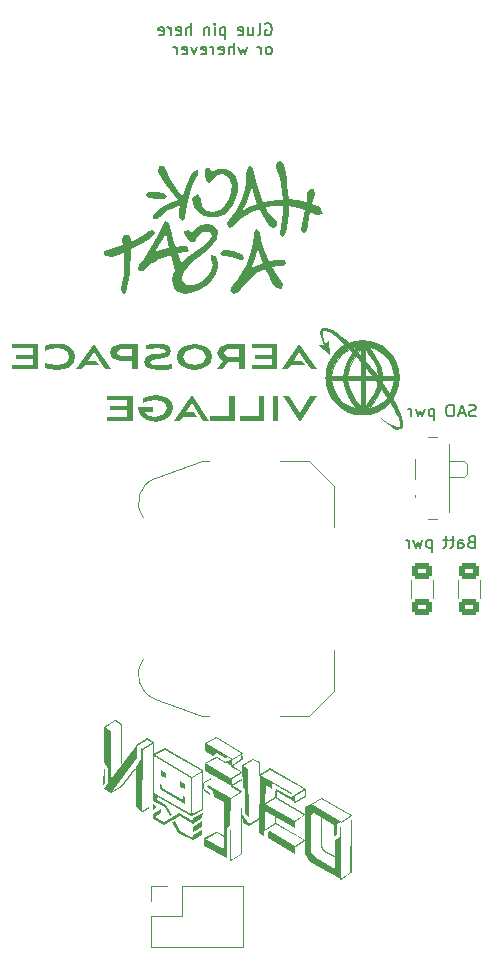
<source format=gbo>
%TF.GenerationSoftware,KiCad,Pcbnew,(7.0.0-0)*%
%TF.CreationDate,2023-07-23T12:34:26-06:00*%
%TF.ProjectId,HAS4_SAO,48415334-5f53-4414-9f2e-6b696361645f,rev?*%
%TF.SameCoordinates,Original*%
%TF.FileFunction,Legend,Bot*%
%TF.FilePolarity,Positive*%
%FSLAX46Y46*%
G04 Gerber Fmt 4.6, Leading zero omitted, Abs format (unit mm)*
G04 Created by KiCad (PCBNEW (7.0.0-0)) date 2023-07-23 12:34:26*
%MOMM*%
%LPD*%
G01*
G04 APERTURE LIST*
G04 Aperture macros list*
%AMRoundRect*
0 Rectangle with rounded corners*
0 $1 Rounding radius*
0 $2 $3 $4 $5 $6 $7 $8 $9 X,Y pos of 4 corners*
0 Add a 4 corners polygon primitive as box body*
4,1,4,$2,$3,$4,$5,$6,$7,$8,$9,$2,$3,0*
0 Add four circle primitives for the rounded corners*
1,1,$1+$1,$2,$3*
1,1,$1+$1,$4,$5*
1,1,$1+$1,$6,$7*
1,1,$1+$1,$8,$9*
0 Add four rect primitives between the rounded corners*
20,1,$1+$1,$2,$3,$4,$5,0*
20,1,$1+$1,$4,$5,$6,$7,0*
20,1,$1+$1,$6,$7,$8,$9,0*
20,1,$1+$1,$8,$9,$2,$3,0*%
G04 Aperture macros list end*
%ADD10C,0.150000*%
%ADD11C,0.100000*%
%ADD12C,0.120000*%
%ADD13RoundRect,0.250000X0.625000X-0.400000X0.625000X0.400000X-0.625000X0.400000X-0.625000X-0.400000X0*%
%ADD14R,1.700000X1.700000*%
%ADD15O,1.700000X1.700000*%
%ADD16R,5.080000X1.270000*%
%ADD17C,17.800000*%
%ADD18R,0.800000X1.000000*%
%ADD19C,0.900000*%
%ADD20R,1.500000X0.700000*%
G04 APERTURE END LIST*
D10*
X134678438Y-104530352D02*
X134535581Y-104577971D01*
X134535581Y-104577971D02*
X134487962Y-104625590D01*
X134487962Y-104625590D02*
X134440343Y-104720828D01*
X134440343Y-104720828D02*
X134440343Y-104863685D01*
X134440343Y-104863685D02*
X134487962Y-104958923D01*
X134487962Y-104958923D02*
X134535581Y-105006542D01*
X134535581Y-105006542D02*
X134630819Y-105054161D01*
X134630819Y-105054161D02*
X135011771Y-105054161D01*
X135011771Y-105054161D02*
X135011771Y-104054161D01*
X135011771Y-104054161D02*
X134678438Y-104054161D01*
X134678438Y-104054161D02*
X134583200Y-104101781D01*
X134583200Y-104101781D02*
X134535581Y-104149400D01*
X134535581Y-104149400D02*
X134487962Y-104244638D01*
X134487962Y-104244638D02*
X134487962Y-104339876D01*
X134487962Y-104339876D02*
X134535581Y-104435114D01*
X134535581Y-104435114D02*
X134583200Y-104482733D01*
X134583200Y-104482733D02*
X134678438Y-104530352D01*
X134678438Y-104530352D02*
X135011771Y-104530352D01*
X133583200Y-105054161D02*
X133583200Y-104530352D01*
X133583200Y-104530352D02*
X133630819Y-104435114D01*
X133630819Y-104435114D02*
X133726057Y-104387495D01*
X133726057Y-104387495D02*
X133916533Y-104387495D01*
X133916533Y-104387495D02*
X134011771Y-104435114D01*
X133583200Y-105006542D02*
X133678438Y-105054161D01*
X133678438Y-105054161D02*
X133916533Y-105054161D01*
X133916533Y-105054161D02*
X134011771Y-105006542D01*
X134011771Y-105006542D02*
X134059390Y-104911304D01*
X134059390Y-104911304D02*
X134059390Y-104816066D01*
X134059390Y-104816066D02*
X134011771Y-104720828D01*
X134011771Y-104720828D02*
X133916533Y-104673209D01*
X133916533Y-104673209D02*
X133678438Y-104673209D01*
X133678438Y-104673209D02*
X133583200Y-104625590D01*
X133249866Y-104387495D02*
X132868914Y-104387495D01*
X133107009Y-104054161D02*
X133107009Y-104911304D01*
X133107009Y-104911304D02*
X133059390Y-105006542D01*
X133059390Y-105006542D02*
X132964152Y-105054161D01*
X132964152Y-105054161D02*
X132868914Y-105054161D01*
X132678437Y-104387495D02*
X132297485Y-104387495D01*
X132535580Y-104054161D02*
X132535580Y-104911304D01*
X132535580Y-104911304D02*
X132487961Y-105006542D01*
X132487961Y-105006542D02*
X132392723Y-105054161D01*
X132392723Y-105054161D02*
X132297485Y-105054161D01*
X131364151Y-104387495D02*
X131364151Y-105387495D01*
X131364151Y-104435114D02*
X131268913Y-104387495D01*
X131268913Y-104387495D02*
X131078437Y-104387495D01*
X131078437Y-104387495D02*
X130983199Y-104435114D01*
X130983199Y-104435114D02*
X130935580Y-104482733D01*
X130935580Y-104482733D02*
X130887961Y-104577971D01*
X130887961Y-104577971D02*
X130887961Y-104863685D01*
X130887961Y-104863685D02*
X130935580Y-104958923D01*
X130935580Y-104958923D02*
X130983199Y-105006542D01*
X130983199Y-105006542D02*
X131078437Y-105054161D01*
X131078437Y-105054161D02*
X131268913Y-105054161D01*
X131268913Y-105054161D02*
X131364151Y-105006542D01*
X130554627Y-104387495D02*
X130364151Y-105054161D01*
X130364151Y-105054161D02*
X130173675Y-104577971D01*
X130173675Y-104577971D02*
X129983199Y-105054161D01*
X129983199Y-105054161D02*
X129792723Y-104387495D01*
X129411770Y-105054161D02*
X129411770Y-104387495D01*
X129411770Y-104577971D02*
X129364151Y-104482733D01*
X129364151Y-104482733D02*
X129316532Y-104435114D01*
X129316532Y-104435114D02*
X129221294Y-104387495D01*
X129221294Y-104387495D02*
X129126056Y-104387495D01*
X135059390Y-93888913D02*
X134916533Y-93936532D01*
X134916533Y-93936532D02*
X134678438Y-93936532D01*
X134678438Y-93936532D02*
X134583200Y-93888913D01*
X134583200Y-93888913D02*
X134535581Y-93841294D01*
X134535581Y-93841294D02*
X134487962Y-93746056D01*
X134487962Y-93746056D02*
X134487962Y-93650818D01*
X134487962Y-93650818D02*
X134535581Y-93555580D01*
X134535581Y-93555580D02*
X134583200Y-93507961D01*
X134583200Y-93507961D02*
X134678438Y-93460342D01*
X134678438Y-93460342D02*
X134868914Y-93412723D01*
X134868914Y-93412723D02*
X134964152Y-93365104D01*
X134964152Y-93365104D02*
X135011771Y-93317485D01*
X135011771Y-93317485D02*
X135059390Y-93222247D01*
X135059390Y-93222247D02*
X135059390Y-93127009D01*
X135059390Y-93127009D02*
X135011771Y-93031771D01*
X135011771Y-93031771D02*
X134964152Y-92984152D01*
X134964152Y-92984152D02*
X134868914Y-92936532D01*
X134868914Y-92936532D02*
X134630819Y-92936532D01*
X134630819Y-92936532D02*
X134487962Y-92984152D01*
X134107009Y-93650818D02*
X133630819Y-93650818D01*
X134202247Y-93936532D02*
X133868914Y-92936532D01*
X133868914Y-92936532D02*
X133535581Y-93936532D01*
X133011771Y-92936532D02*
X132821295Y-92936532D01*
X132821295Y-92936532D02*
X132726057Y-92984152D01*
X132726057Y-92984152D02*
X132630819Y-93079390D01*
X132630819Y-93079390D02*
X132583200Y-93269866D01*
X132583200Y-93269866D02*
X132583200Y-93603199D01*
X132583200Y-93603199D02*
X132630819Y-93793675D01*
X132630819Y-93793675D02*
X132726057Y-93888913D01*
X132726057Y-93888913D02*
X132821295Y-93936532D01*
X132821295Y-93936532D02*
X133011771Y-93936532D01*
X133011771Y-93936532D02*
X133107009Y-93888913D01*
X133107009Y-93888913D02*
X133202247Y-93793675D01*
X133202247Y-93793675D02*
X133249866Y-93603199D01*
X133249866Y-93603199D02*
X133249866Y-93269866D01*
X133249866Y-93269866D02*
X133202247Y-93079390D01*
X133202247Y-93079390D02*
X133107009Y-92984152D01*
X133107009Y-92984152D02*
X133011771Y-92936532D01*
X131554628Y-93269866D02*
X131554628Y-94269866D01*
X131554628Y-93317485D02*
X131459390Y-93269866D01*
X131459390Y-93269866D02*
X131268914Y-93269866D01*
X131268914Y-93269866D02*
X131173676Y-93317485D01*
X131173676Y-93317485D02*
X131126057Y-93365104D01*
X131126057Y-93365104D02*
X131078438Y-93460342D01*
X131078438Y-93460342D02*
X131078438Y-93746056D01*
X131078438Y-93746056D02*
X131126057Y-93841294D01*
X131126057Y-93841294D02*
X131173676Y-93888913D01*
X131173676Y-93888913D02*
X131268914Y-93936532D01*
X131268914Y-93936532D02*
X131459390Y-93936532D01*
X131459390Y-93936532D02*
X131554628Y-93888913D01*
X130745104Y-93269866D02*
X130554628Y-93936532D01*
X130554628Y-93936532D02*
X130364152Y-93460342D01*
X130364152Y-93460342D02*
X130173676Y-93936532D01*
X130173676Y-93936532D02*
X129983200Y-93269866D01*
X129602247Y-93936532D02*
X129602247Y-93269866D01*
X129602247Y-93460342D02*
X129554628Y-93365104D01*
X129554628Y-93365104D02*
X129507009Y-93317485D01*
X129507009Y-93317485D02*
X129411771Y-93269866D01*
X129411771Y-93269866D02*
X129316533Y-93269866D01*
X117238095Y-60710000D02*
X117333333Y-60662380D01*
X117333333Y-60662380D02*
X117476190Y-60662380D01*
X117476190Y-60662380D02*
X117619047Y-60710000D01*
X117619047Y-60710000D02*
X117714285Y-60805238D01*
X117714285Y-60805238D02*
X117761904Y-60900476D01*
X117761904Y-60900476D02*
X117809523Y-61090952D01*
X117809523Y-61090952D02*
X117809523Y-61233809D01*
X117809523Y-61233809D02*
X117761904Y-61424285D01*
X117761904Y-61424285D02*
X117714285Y-61519523D01*
X117714285Y-61519523D02*
X117619047Y-61614761D01*
X117619047Y-61614761D02*
X117476190Y-61662380D01*
X117476190Y-61662380D02*
X117380952Y-61662380D01*
X117380952Y-61662380D02*
X117238095Y-61614761D01*
X117238095Y-61614761D02*
X117190476Y-61567142D01*
X117190476Y-61567142D02*
X117190476Y-61233809D01*
X117190476Y-61233809D02*
X117380952Y-61233809D01*
X116619047Y-61662380D02*
X116714285Y-61614761D01*
X116714285Y-61614761D02*
X116761904Y-61519523D01*
X116761904Y-61519523D02*
X116761904Y-60662380D01*
X115809523Y-60995714D02*
X115809523Y-61662380D01*
X116238094Y-60995714D02*
X116238094Y-61519523D01*
X116238094Y-61519523D02*
X116190475Y-61614761D01*
X116190475Y-61614761D02*
X116095237Y-61662380D01*
X116095237Y-61662380D02*
X115952380Y-61662380D01*
X115952380Y-61662380D02*
X115857142Y-61614761D01*
X115857142Y-61614761D02*
X115809523Y-61567142D01*
X114952380Y-61614761D02*
X115047618Y-61662380D01*
X115047618Y-61662380D02*
X115238094Y-61662380D01*
X115238094Y-61662380D02*
X115333332Y-61614761D01*
X115333332Y-61614761D02*
X115380951Y-61519523D01*
X115380951Y-61519523D02*
X115380951Y-61138571D01*
X115380951Y-61138571D02*
X115333332Y-61043333D01*
X115333332Y-61043333D02*
X115238094Y-60995714D01*
X115238094Y-60995714D02*
X115047618Y-60995714D01*
X115047618Y-60995714D02*
X114952380Y-61043333D01*
X114952380Y-61043333D02*
X114904761Y-61138571D01*
X114904761Y-61138571D02*
X114904761Y-61233809D01*
X114904761Y-61233809D02*
X115380951Y-61329047D01*
X113876189Y-60995714D02*
X113876189Y-61995714D01*
X113876189Y-61043333D02*
X113780951Y-60995714D01*
X113780951Y-60995714D02*
X113590475Y-60995714D01*
X113590475Y-60995714D02*
X113495237Y-61043333D01*
X113495237Y-61043333D02*
X113447618Y-61090952D01*
X113447618Y-61090952D02*
X113399999Y-61186190D01*
X113399999Y-61186190D02*
X113399999Y-61471904D01*
X113399999Y-61471904D02*
X113447618Y-61567142D01*
X113447618Y-61567142D02*
X113495237Y-61614761D01*
X113495237Y-61614761D02*
X113590475Y-61662380D01*
X113590475Y-61662380D02*
X113780951Y-61662380D01*
X113780951Y-61662380D02*
X113876189Y-61614761D01*
X112971427Y-61662380D02*
X112971427Y-60995714D01*
X112971427Y-60662380D02*
X113019046Y-60710000D01*
X113019046Y-60710000D02*
X112971427Y-60757619D01*
X112971427Y-60757619D02*
X112923808Y-60710000D01*
X112923808Y-60710000D02*
X112971427Y-60662380D01*
X112971427Y-60662380D02*
X112971427Y-60757619D01*
X112495237Y-60995714D02*
X112495237Y-61662380D01*
X112495237Y-61090952D02*
X112447618Y-61043333D01*
X112447618Y-61043333D02*
X112352380Y-60995714D01*
X112352380Y-60995714D02*
X112209523Y-60995714D01*
X112209523Y-60995714D02*
X112114285Y-61043333D01*
X112114285Y-61043333D02*
X112066666Y-61138571D01*
X112066666Y-61138571D02*
X112066666Y-61662380D01*
X110990475Y-61662380D02*
X110990475Y-60662380D01*
X110561904Y-61662380D02*
X110561904Y-61138571D01*
X110561904Y-61138571D02*
X110609523Y-61043333D01*
X110609523Y-61043333D02*
X110704761Y-60995714D01*
X110704761Y-60995714D02*
X110847618Y-60995714D01*
X110847618Y-60995714D02*
X110942856Y-61043333D01*
X110942856Y-61043333D02*
X110990475Y-61090952D01*
X109704761Y-61614761D02*
X109799999Y-61662380D01*
X109799999Y-61662380D02*
X109990475Y-61662380D01*
X109990475Y-61662380D02*
X110085713Y-61614761D01*
X110085713Y-61614761D02*
X110133332Y-61519523D01*
X110133332Y-61519523D02*
X110133332Y-61138571D01*
X110133332Y-61138571D02*
X110085713Y-61043333D01*
X110085713Y-61043333D02*
X109990475Y-60995714D01*
X109990475Y-60995714D02*
X109799999Y-60995714D01*
X109799999Y-60995714D02*
X109704761Y-61043333D01*
X109704761Y-61043333D02*
X109657142Y-61138571D01*
X109657142Y-61138571D02*
X109657142Y-61233809D01*
X109657142Y-61233809D02*
X110133332Y-61329047D01*
X109228570Y-61662380D02*
X109228570Y-60995714D01*
X109228570Y-61186190D02*
X109180951Y-61090952D01*
X109180951Y-61090952D02*
X109133332Y-61043333D01*
X109133332Y-61043333D02*
X109038094Y-60995714D01*
X109038094Y-60995714D02*
X108942856Y-60995714D01*
X108228570Y-61614761D02*
X108323808Y-61662380D01*
X108323808Y-61662380D02*
X108514284Y-61662380D01*
X108514284Y-61662380D02*
X108609522Y-61614761D01*
X108609522Y-61614761D02*
X108657141Y-61519523D01*
X108657141Y-61519523D02*
X108657141Y-61138571D01*
X108657141Y-61138571D02*
X108609522Y-61043333D01*
X108609522Y-61043333D02*
X108514284Y-60995714D01*
X108514284Y-60995714D02*
X108323808Y-60995714D01*
X108323808Y-60995714D02*
X108228570Y-61043333D01*
X108228570Y-61043333D02*
X108180951Y-61138571D01*
X108180951Y-61138571D02*
X108180951Y-61233809D01*
X108180951Y-61233809D02*
X108657141Y-61329047D01*
X117619047Y-63282380D02*
X117714285Y-63234761D01*
X117714285Y-63234761D02*
X117761904Y-63187142D01*
X117761904Y-63187142D02*
X117809523Y-63091904D01*
X117809523Y-63091904D02*
X117809523Y-62806190D01*
X117809523Y-62806190D02*
X117761904Y-62710952D01*
X117761904Y-62710952D02*
X117714285Y-62663333D01*
X117714285Y-62663333D02*
X117619047Y-62615714D01*
X117619047Y-62615714D02*
X117476190Y-62615714D01*
X117476190Y-62615714D02*
X117380952Y-62663333D01*
X117380952Y-62663333D02*
X117333333Y-62710952D01*
X117333333Y-62710952D02*
X117285714Y-62806190D01*
X117285714Y-62806190D02*
X117285714Y-63091904D01*
X117285714Y-63091904D02*
X117333333Y-63187142D01*
X117333333Y-63187142D02*
X117380952Y-63234761D01*
X117380952Y-63234761D02*
X117476190Y-63282380D01*
X117476190Y-63282380D02*
X117619047Y-63282380D01*
X116857142Y-63282380D02*
X116857142Y-62615714D01*
X116857142Y-62806190D02*
X116809523Y-62710952D01*
X116809523Y-62710952D02*
X116761904Y-62663333D01*
X116761904Y-62663333D02*
X116666666Y-62615714D01*
X116666666Y-62615714D02*
X116571428Y-62615714D01*
X115733332Y-62615714D02*
X115542856Y-63282380D01*
X115542856Y-63282380D02*
X115352380Y-62806190D01*
X115352380Y-62806190D02*
X115161904Y-63282380D01*
X115161904Y-63282380D02*
X114971428Y-62615714D01*
X114590475Y-63282380D02*
X114590475Y-62282380D01*
X114161904Y-63282380D02*
X114161904Y-62758571D01*
X114161904Y-62758571D02*
X114209523Y-62663333D01*
X114209523Y-62663333D02*
X114304761Y-62615714D01*
X114304761Y-62615714D02*
X114447618Y-62615714D01*
X114447618Y-62615714D02*
X114542856Y-62663333D01*
X114542856Y-62663333D02*
X114590475Y-62710952D01*
X113304761Y-63234761D02*
X113399999Y-63282380D01*
X113399999Y-63282380D02*
X113590475Y-63282380D01*
X113590475Y-63282380D02*
X113685713Y-63234761D01*
X113685713Y-63234761D02*
X113733332Y-63139523D01*
X113733332Y-63139523D02*
X113733332Y-62758571D01*
X113733332Y-62758571D02*
X113685713Y-62663333D01*
X113685713Y-62663333D02*
X113590475Y-62615714D01*
X113590475Y-62615714D02*
X113399999Y-62615714D01*
X113399999Y-62615714D02*
X113304761Y-62663333D01*
X113304761Y-62663333D02*
X113257142Y-62758571D01*
X113257142Y-62758571D02*
X113257142Y-62853809D01*
X113257142Y-62853809D02*
X113733332Y-62949047D01*
X112828570Y-63282380D02*
X112828570Y-62615714D01*
X112828570Y-62806190D02*
X112780951Y-62710952D01*
X112780951Y-62710952D02*
X112733332Y-62663333D01*
X112733332Y-62663333D02*
X112638094Y-62615714D01*
X112638094Y-62615714D02*
X112542856Y-62615714D01*
X111828570Y-63234761D02*
X111923808Y-63282380D01*
X111923808Y-63282380D02*
X112114284Y-63282380D01*
X112114284Y-63282380D02*
X112209522Y-63234761D01*
X112209522Y-63234761D02*
X112257141Y-63139523D01*
X112257141Y-63139523D02*
X112257141Y-62758571D01*
X112257141Y-62758571D02*
X112209522Y-62663333D01*
X112209522Y-62663333D02*
X112114284Y-62615714D01*
X112114284Y-62615714D02*
X111923808Y-62615714D01*
X111923808Y-62615714D02*
X111828570Y-62663333D01*
X111828570Y-62663333D02*
X111780951Y-62758571D01*
X111780951Y-62758571D02*
X111780951Y-62853809D01*
X111780951Y-62853809D02*
X112257141Y-62949047D01*
X111447617Y-62615714D02*
X111209522Y-63282380D01*
X111209522Y-63282380D02*
X110971427Y-62615714D01*
X110209522Y-63234761D02*
X110304760Y-63282380D01*
X110304760Y-63282380D02*
X110495236Y-63282380D01*
X110495236Y-63282380D02*
X110590474Y-63234761D01*
X110590474Y-63234761D02*
X110638093Y-63139523D01*
X110638093Y-63139523D02*
X110638093Y-62758571D01*
X110638093Y-62758571D02*
X110590474Y-62663333D01*
X110590474Y-62663333D02*
X110495236Y-62615714D01*
X110495236Y-62615714D02*
X110304760Y-62615714D01*
X110304760Y-62615714D02*
X110209522Y-62663333D01*
X110209522Y-62663333D02*
X110161903Y-62758571D01*
X110161903Y-62758571D02*
X110161903Y-62853809D01*
X110161903Y-62853809D02*
X110638093Y-62949047D01*
X109733331Y-63282380D02*
X109733331Y-62615714D01*
X109733331Y-62806190D02*
X109685712Y-62710952D01*
X109685712Y-62710952D02*
X109638093Y-62663333D01*
X109638093Y-62663333D02*
X109542855Y-62615714D01*
X109542855Y-62615714D02*
X109447617Y-62615714D01*
%TO.C,svg2mod*%
G36*
X114952445Y-77395508D02*
G01*
X114416775Y-77904055D01*
X114234019Y-77983184D01*
X114073444Y-77924913D01*
X114033050Y-77583236D01*
X114461017Y-76980888D01*
X114732126Y-76546621D01*
X115267988Y-76546621D01*
X115905651Y-76193355D01*
X116580066Y-75922530D01*
X116308579Y-75198206D01*
X116094700Y-74504174D01*
X115864916Y-75236172D01*
X115578555Y-75924983D01*
X115267988Y-76546621D01*
X114732126Y-76546621D01*
X114852491Y-76353819D01*
X115188859Y-75696069D01*
X115441646Y-74992544D01*
X115585986Y-74273717D01*
X115641448Y-73528475D01*
X115675798Y-73041702D01*
X115942071Y-72676601D01*
X116225849Y-72911462D01*
X116326125Y-73331812D01*
X116484714Y-74013510D01*
X116633959Y-74552009D01*
X116883631Y-75372002D01*
X117065762Y-75783806D01*
X117683686Y-75669169D01*
X118323213Y-75615616D01*
X118728126Y-75578204D01*
X118674160Y-74909956D01*
X118597350Y-74296586D01*
X118472225Y-73788645D01*
X118325838Y-73287619D01*
X118158997Y-72795129D01*
X118224477Y-72425040D01*
X118550409Y-72316653D01*
X118824471Y-72572311D01*
X118913946Y-72957731D01*
X118986039Y-73342406D01*
X119063057Y-73859930D01*
X119119465Y-74380681D01*
X119186633Y-74951590D01*
X119233689Y-75565954D01*
X119982141Y-75621162D01*
X120728856Y-75765265D01*
X120745078Y-75678521D01*
X120809309Y-74949479D01*
X121047368Y-74646037D01*
X121391449Y-74713259D01*
X121497960Y-75083898D01*
X121242363Y-75917895D01*
X121916447Y-76191038D01*
X122098541Y-76757849D01*
X121548944Y-76903858D01*
X121074173Y-76653889D01*
X120787457Y-78202691D01*
X120541463Y-78407632D01*
X120495442Y-78403326D01*
X120294807Y-78111313D01*
X120602382Y-76450937D01*
X120134232Y-76290692D01*
X120133901Y-76290692D01*
X119710323Y-76208957D01*
X119252230Y-76148328D01*
X119239773Y-76764802D01*
X119188827Y-77386988D01*
X119092441Y-78004331D01*
X118943660Y-78606280D01*
X118703627Y-78785065D01*
X118631449Y-78774472D01*
X118463592Y-78462261D01*
X118603174Y-77892535D01*
X118692287Y-77304093D01*
X118737821Y-76707892D01*
X118746666Y-76114889D01*
X117993910Y-76135498D01*
X117276663Y-76244011D01*
X117423332Y-76518809D01*
X117794019Y-76994159D01*
X118208659Y-77426305D01*
X118255452Y-77784168D01*
X117993455Y-77991057D01*
X117656413Y-77863332D01*
X117299093Y-77359673D01*
X116998884Y-76833668D01*
X116835660Y-76479078D01*
X116783680Y-76376112D01*
X116136643Y-76631195D01*
X115525983Y-76971107D01*
X115267988Y-77162016D01*
X114952445Y-77395508D01*
G37*
G36*
X107529275Y-81061048D02*
G01*
X107134211Y-81414256D01*
X106930348Y-81604230D01*
X106566488Y-81630054D01*
X106434718Y-81393992D01*
X106629767Y-80975090D01*
X106940280Y-80617274D01*
X106938962Y-80616611D01*
X107227169Y-80191088D01*
X107313438Y-80055096D01*
X107910351Y-80055096D01*
X108357021Y-79878547D01*
X108977758Y-79705474D01*
X109114164Y-79668392D01*
X108801733Y-78450772D01*
X108564103Y-78914359D01*
X108266067Y-79456218D01*
X107910351Y-80055096D01*
X107313438Y-80055096D01*
X107502464Y-79757122D01*
X107862599Y-79162085D01*
X108203365Y-78555626D01*
X108510609Y-77919947D01*
X108782098Y-77422995D01*
X109120793Y-77523312D01*
X109193962Y-77908028D01*
X109309510Y-78420876D01*
X109470209Y-78992902D01*
X109649533Y-79559466D01*
X109693234Y-79579001D01*
X110112012Y-79535093D01*
X110571264Y-79507818D01*
X110630197Y-79505494D01*
X110784813Y-79924312D01*
X110571264Y-80026949D01*
X110571264Y-80028606D01*
X110556690Y-80030263D01*
X110499745Y-80036876D01*
X109843870Y-80131236D01*
X110004735Y-80582252D01*
X110134561Y-80934439D01*
X110661312Y-80444108D01*
X111033283Y-80159377D01*
X111414193Y-79899478D01*
X111915378Y-79551314D01*
X112358512Y-79166217D01*
X112705413Y-78695332D01*
X112534864Y-78326175D01*
X111994580Y-78297703D01*
X111438362Y-78708576D01*
X111324139Y-79135340D01*
X110915253Y-79138655D01*
X110640744Y-78799171D01*
X110408697Y-78431132D01*
X110373271Y-78238443D01*
X110820232Y-78137794D01*
X110988752Y-78378160D01*
X111289375Y-78030856D01*
X111778960Y-77763966D01*
X112320782Y-77669681D01*
X112825596Y-77763671D01*
X113286131Y-78274200D01*
X113166280Y-78899613D01*
X112851710Y-79366978D01*
X112452466Y-79765062D01*
X112027895Y-80088530D01*
X111602580Y-80411997D01*
X111159260Y-80817407D01*
X110739779Y-81247648D01*
X110387549Y-81678097D01*
X110177602Y-82187260D01*
X110194488Y-82405773D01*
X110610203Y-82817382D01*
X111199995Y-82799246D01*
X111798249Y-82537875D01*
X111803545Y-82534901D01*
X112292180Y-82134829D01*
X112646478Y-81663494D01*
X112784706Y-81127927D01*
X112616020Y-80632835D01*
X112681907Y-80284536D01*
X113060249Y-80392593D01*
X113246400Y-80818241D01*
X113269162Y-81371396D01*
X113089798Y-81897237D01*
X112706382Y-82426853D01*
X112189409Y-82877702D01*
X111600239Y-83227529D01*
X111000231Y-83454080D01*
X110450743Y-83535100D01*
X109878674Y-83400184D01*
X109487626Y-83032848D01*
X109363139Y-82388894D01*
X109478024Y-81918758D01*
X109616746Y-81629393D01*
X109265469Y-80259374D01*
X108208655Y-80643217D01*
X107910351Y-80826679D01*
X107529275Y-81061048D01*
G37*
G36*
X115960574Y-82275210D02*
G01*
X115473737Y-82791171D01*
X114982264Y-83441404D01*
X114587613Y-83606282D01*
X114294605Y-83351680D01*
X114440282Y-82908362D01*
X114439974Y-82908030D01*
X114513474Y-82821947D01*
X114915296Y-82303518D01*
X115278042Y-81749487D01*
X115435245Y-81459877D01*
X116029476Y-81459877D01*
X116277084Y-81286390D01*
X117015108Y-80938091D01*
X116797835Y-80378771D01*
X116618803Y-79793873D01*
X116484114Y-80298049D01*
X116291080Y-80855935D01*
X116029476Y-81459877D01*
X115435245Y-81459877D01*
X115595079Y-81165420D01*
X115859777Y-80556881D01*
X116065506Y-79929433D01*
X116205635Y-79288640D01*
X116272513Y-78631442D01*
X116272822Y-78372537D01*
X116496302Y-78102704D01*
X116771101Y-78320225D01*
X116892261Y-78960088D01*
X117079876Y-79589801D01*
X117315228Y-80195738D01*
X117579601Y-80764273D01*
X117762027Y-80738118D01*
X118104698Y-80686800D01*
X118254679Y-80666934D01*
X118910883Y-80720238D01*
X118989598Y-81009108D01*
X118745010Y-81171835D01*
X118656281Y-81166538D01*
X118337035Y-81175354D01*
X117837515Y-81250964D01*
X118266709Y-81967133D01*
X118590179Y-82446689D01*
X118722499Y-82627603D01*
X118699321Y-83139457D01*
X118189829Y-83071875D01*
X117857381Y-82626611D01*
X117554150Y-82043326D01*
X117239249Y-81436701D01*
X116875308Y-81605678D01*
X116499943Y-81832013D01*
X116477762Y-81847574D01*
X116434390Y-81878365D01*
X116029476Y-82217501D01*
X115960574Y-82275210D01*
G37*
G36*
X107914330Y-78412599D02*
G01*
X107776600Y-78599329D01*
X107297426Y-78984818D01*
X106767118Y-79297911D01*
X106213562Y-79567743D01*
X105882810Y-79732623D01*
X105862657Y-80448215D01*
X105822885Y-81159586D01*
X105761598Y-81905955D01*
X105656166Y-82647248D01*
X105491141Y-83377504D01*
X105249780Y-83561586D01*
X105182902Y-83552650D01*
X105008092Y-83244411D01*
X105154668Y-82612847D01*
X105255244Y-81971195D01*
X105311373Y-81324017D01*
X105324605Y-80675877D01*
X105271632Y-80054106D01*
X104850827Y-80242822D01*
X104313357Y-80412254D01*
X103765209Y-80370621D01*
X103605298Y-80243154D01*
X103595695Y-79902801D01*
X104166148Y-79725342D01*
X104166805Y-79725339D01*
X104883929Y-79529338D01*
X105176936Y-79426702D01*
X105137868Y-79123432D01*
X105189519Y-78627802D01*
X105298113Y-78563902D01*
X105690652Y-78587202D01*
X105855985Y-78949944D01*
X105867911Y-79139322D01*
X106224155Y-78966167D01*
X106648355Y-78736562D01*
X107061132Y-78487092D01*
X107409016Y-78232820D01*
X107781234Y-78125550D01*
X107914330Y-78412599D01*
G37*
G36*
X108677302Y-72774127D02*
G01*
X108938692Y-73268597D01*
X109209118Y-73820372D01*
X109524583Y-74346229D01*
X109881080Y-74845206D01*
X110274606Y-75316341D01*
X110287523Y-75270320D01*
X110476448Y-74664354D01*
X110704368Y-74072220D01*
X110978491Y-73500024D01*
X111216333Y-73161700D01*
X111568148Y-73083854D01*
X111593145Y-73520303D01*
X111316195Y-73952282D01*
X111075581Y-74456603D01*
X110880159Y-74980292D01*
X110881149Y-74979939D01*
X110678932Y-75696744D01*
X110531232Y-76427087D01*
X110425250Y-77164420D01*
X110176607Y-77385583D01*
X110161047Y-77385273D01*
X109926309Y-77084983D01*
X109962853Y-76578840D01*
X110067682Y-76065249D01*
X109486302Y-76250655D01*
X108848927Y-76582192D01*
X108300697Y-77046576D01*
X108078871Y-77247211D01*
X107730821Y-77209923D01*
X107713024Y-76884346D01*
X108242141Y-76371220D01*
X108819461Y-76001433D01*
X109380330Y-75752697D01*
X109860094Y-75602727D01*
X109516307Y-75195950D01*
X109188560Y-74776002D01*
X108877441Y-74343621D01*
X108527389Y-73874258D01*
X108169686Y-73251934D01*
X108218258Y-72749462D01*
X108677302Y-72774127D01*
G37*
G36*
X112529601Y-72929879D02*
G01*
X112649784Y-73238447D01*
X113275529Y-72962036D01*
X113936038Y-72945108D01*
X114469758Y-73223486D01*
X114787901Y-73669569D01*
X114920645Y-74227196D01*
X114898171Y-74840208D01*
X114750658Y-75452443D01*
X114508286Y-76007742D01*
X114201234Y-76449944D01*
X113716447Y-76842764D01*
X113166135Y-77051947D01*
X112596988Y-77083221D01*
X112055699Y-76942312D01*
X111588958Y-76634949D01*
X111243456Y-76166860D01*
X111065886Y-75543773D01*
X111065231Y-75544103D01*
X111068205Y-75409684D01*
X111521455Y-75104426D01*
X111826714Y-75557348D01*
X111907156Y-76136747D01*
X112305127Y-76504615D01*
X112862266Y-76624978D01*
X113420212Y-76461864D01*
X113855280Y-76074233D01*
X114185715Y-75551677D01*
X114381876Y-74957048D01*
X114414120Y-74353201D01*
X114201027Y-73743679D01*
X113671833Y-73405313D01*
X113194496Y-73508031D01*
X112832873Y-73844659D01*
X112647465Y-74100585D01*
X112357107Y-74155877D01*
X112233614Y-73957888D01*
X112146456Y-73537705D01*
X112138262Y-73108333D01*
X112231627Y-72870946D01*
X112529601Y-72929879D01*
G37*
G36*
X114604705Y-79959206D02*
G01*
X115221304Y-80185874D01*
X115383536Y-80287184D01*
X115453062Y-80535497D01*
X115264346Y-80706004D01*
X115215015Y-80707088D01*
X115078940Y-80673979D01*
X114426707Y-80467385D01*
X113733422Y-80392228D01*
X113561922Y-80370710D01*
X113413928Y-80112672D01*
X113628469Y-79871769D01*
X113628800Y-79872338D01*
X113959552Y-79840556D01*
X114604705Y-79959206D01*
G37*
G36*
X107790539Y-74919354D02*
G01*
X108183161Y-74945594D01*
X108573177Y-74998896D01*
X108572847Y-74998480D01*
X108918827Y-75251758D01*
X108791359Y-75491793D01*
X108783089Y-75496424D01*
X108183167Y-75497508D01*
X107411746Y-75451156D01*
X107089975Y-75190511D01*
X107397172Y-74914471D01*
X107790539Y-74919354D01*
G37*
D11*
X123975499Y-91523858D02*
X124257439Y-92174583D01*
X124629782Y-92771714D01*
X125036506Y-93308903D01*
X124356069Y-93090281D01*
X123768946Y-92705206D01*
X123302688Y-92181140D01*
X122984843Y-91545546D01*
X122842962Y-90825885D01*
X123839986Y-90825885D01*
X123975499Y-91523858D01*
X124629591Y-88543713D02*
X124257382Y-89140737D01*
X123975492Y-89791442D01*
X123839986Y-90489606D01*
X122842508Y-90489606D01*
X122984563Y-89769989D01*
X123302429Y-89134482D01*
X123768622Y-88610481D01*
X124355658Y-88225385D01*
X125036052Y-88006588D01*
X124629591Y-88543713D01*
X125327343Y-93140308D02*
X124931937Y-92620069D01*
X124575428Y-92058760D01*
X124306085Y-91459619D01*
X124172176Y-90825885D01*
X125327343Y-90825885D01*
X125327343Y-93140308D01*
X125327343Y-90489606D02*
X124172176Y-90489606D01*
X124305829Y-89852229D01*
X124575087Y-89253493D01*
X124931681Y-88694208D01*
X125327343Y-88175183D01*
X125327343Y-90489606D01*
X126681046Y-91459811D02*
X126411788Y-92058930D01*
X126055194Y-92620133D01*
X125659533Y-93140308D01*
X125659533Y-90825885D01*
X126814699Y-90825885D01*
X126681046Y-91459811D01*
X126055002Y-88695167D02*
X126411618Y-89256504D01*
X126680982Y-89855673D01*
X126814699Y-90489606D01*
X125659533Y-90489606D01*
X125659533Y-88174728D01*
X126055002Y-88695167D01*
X128002032Y-91545546D02*
X127684188Y-92181140D01*
X127217930Y-92705206D01*
X126630807Y-93090281D01*
X125950369Y-93308903D01*
X126355943Y-92771778D01*
X126726369Y-92174754D01*
X127007925Y-91524049D01*
X127146889Y-90825885D01*
X128143913Y-90825885D01*
X128002032Y-91545546D01*
X126630807Y-88225210D02*
X127217930Y-88610285D01*
X127684188Y-89134351D01*
X128002032Y-89769945D01*
X128143913Y-90489606D01*
X127146889Y-90489606D01*
X127011376Y-89791442D01*
X126729436Y-89140737D01*
X126357093Y-88543713D01*
X125950369Y-88006588D01*
X126630807Y-88225210D01*
G36*
X128112009Y-92446345D02*
G01*
X127726517Y-92919625D01*
X127259228Y-93310063D01*
X126722804Y-93604830D01*
X126129911Y-93791099D01*
X125950369Y-93809411D01*
X125659533Y-93839075D01*
X125493210Y-93856039D01*
X125327343Y-93839121D01*
X125036506Y-93809456D01*
X124856530Y-93791099D01*
X124263687Y-93604830D01*
X123727337Y-93310063D01*
X123260131Y-92919625D01*
X122874723Y-92446345D01*
X122842962Y-92387040D01*
X122583765Y-91903053D01*
X122399912Y-91302577D01*
X122352529Y-90825885D01*
X122842962Y-90825885D01*
X122984843Y-91545546D01*
X123302688Y-92181140D01*
X123768946Y-92705206D01*
X124356069Y-93090281D01*
X125036506Y-93308903D01*
X125950369Y-93308903D01*
X126630807Y-93090281D01*
X127217930Y-92705206D01*
X127684188Y-92181140D01*
X128002032Y-91545546D01*
X128143913Y-90825885D01*
X127146889Y-90825885D01*
X127007861Y-91523858D01*
X126726198Y-92174583D01*
X126355751Y-92771714D01*
X125950369Y-93308903D01*
X125036506Y-93308903D01*
X124629782Y-92771778D01*
X124257439Y-92174754D01*
X124172176Y-91977971D01*
X123975499Y-91524049D01*
X123839986Y-90825885D01*
X124172176Y-90825885D01*
X124305829Y-91459811D01*
X124575087Y-92058930D01*
X124931681Y-92620133D01*
X125327343Y-93140308D01*
X125327343Y-90825885D01*
X125659533Y-90825885D01*
X125659533Y-93140308D01*
X126055002Y-92620133D01*
X126411618Y-92058930D01*
X126680982Y-91459811D01*
X126814699Y-90825885D01*
X125659533Y-90825885D01*
X125327343Y-90825885D01*
X124172176Y-90825885D01*
X123839986Y-90825885D01*
X122842962Y-90825885D01*
X122352529Y-90825885D01*
X122335816Y-90657746D01*
X122352529Y-90489606D01*
X122842962Y-90489606D01*
X123839986Y-90489606D01*
X124172176Y-90489606D01*
X125327343Y-90489606D01*
X125327343Y-88175183D01*
X125659533Y-88175183D01*
X125659533Y-90489606D01*
X126814699Y-90489606D01*
X126681046Y-89855680D01*
X126411788Y-89256561D01*
X126055194Y-88695358D01*
X125659533Y-88175183D01*
X125327343Y-88175183D01*
X125327343Y-88174728D01*
X124931681Y-88693952D01*
X124575087Y-89253266D01*
X124305829Y-89852030D01*
X124172176Y-90489606D01*
X123839986Y-90489606D01*
X123975499Y-89791442D01*
X124257439Y-89140737D01*
X124629782Y-88543713D01*
X125036506Y-88006588D01*
X125950369Y-88006588D01*
X126357093Y-88543713D01*
X126729436Y-89140737D01*
X127011376Y-89791442D01*
X127146889Y-90489606D01*
X128143913Y-90489606D01*
X128001858Y-89769989D01*
X127683991Y-89134482D01*
X127217799Y-88610481D01*
X126630763Y-88225385D01*
X125950369Y-88006588D01*
X125036506Y-88006588D01*
X124356069Y-88225210D01*
X123768946Y-88610285D01*
X123302688Y-89134351D01*
X122984843Y-89769945D01*
X122842962Y-90489606D01*
X122352529Y-90489606D01*
X122399912Y-90012914D01*
X122583765Y-89412438D01*
X122874723Y-88869146D01*
X123260131Y-88395866D01*
X123727337Y-88005428D01*
X124263687Y-87710661D01*
X124856530Y-87524392D01*
X125493210Y-87459452D01*
X126129911Y-87524392D01*
X126722804Y-87710661D01*
X127259228Y-88005428D01*
X127726517Y-88395866D01*
X128112009Y-88869146D01*
X128403039Y-89412438D01*
X128586944Y-90012914D01*
X128651059Y-90657746D01*
X128586944Y-91302577D01*
X128403039Y-91903053D01*
X128143913Y-92386786D01*
X128112009Y-92446345D01*
G37*
G36*
X122508955Y-86439252D02*
G01*
X122971907Y-86639997D01*
X123379647Y-86904136D01*
X123762392Y-87194461D01*
X124128096Y-87502169D01*
X124684387Y-88023213D01*
X125215985Y-88567009D01*
X125724920Y-89130893D01*
X126213220Y-89712207D01*
X126682914Y-90308287D01*
X127058157Y-90817571D01*
X127420878Y-91336347D01*
X127764917Y-91868353D01*
X128090172Y-92413116D01*
X128392302Y-92973027D01*
X128658785Y-93554750D01*
X128824653Y-94011000D01*
X128923264Y-94504059D01*
X128899179Y-94783989D01*
X128870096Y-94859425D01*
X128823744Y-94933498D01*
X128757851Y-94997118D01*
X128678325Y-95040744D01*
X128376582Y-95048923D01*
X128134825Y-94958491D01*
X127721746Y-94701283D01*
X127350475Y-94402266D01*
X127003857Y-94079733D01*
X126675643Y-93740159D01*
X127044926Y-94032245D01*
X127422729Y-94310017D01*
X127812746Y-94563874D01*
X128218440Y-94767630D01*
X128422026Y-94825343D01*
X128583349Y-94814436D01*
X128645606Y-94716733D01*
X128645152Y-94529053D01*
X128530294Y-94108078D01*
X128352043Y-93688808D01*
X128141982Y-93278910D01*
X127913516Y-92875829D01*
X127672553Y-92478996D01*
X127420003Y-92088298D01*
X127069349Y-91575631D01*
X126708194Y-91069831D01*
X126333910Y-90573221D01*
X125949982Y-90083764D01*
X125557672Y-89601073D01*
X125153750Y-89128581D01*
X124740334Y-88665835D01*
X124315810Y-88213490D01*
X123875432Y-87778009D01*
X123536312Y-87462519D01*
X123184241Y-87165434D01*
X122815696Y-86898228D01*
X122431247Y-86695552D01*
X122252200Y-86661469D01*
X122148590Y-86713274D01*
X122107691Y-86882778D01*
X122121778Y-87097724D01*
X122322183Y-87797095D01*
X122620290Y-87441729D01*
X122710722Y-88702324D01*
X121744600Y-87887527D01*
X122214937Y-87854808D01*
X122055602Y-87505577D01*
X121932735Y-87134533D01*
X121893199Y-86882778D01*
X121946368Y-86596940D01*
X121996810Y-86526048D01*
X122028620Y-86493784D01*
X122065883Y-86468336D01*
X122104964Y-86445160D01*
X122144954Y-86430618D01*
X122225389Y-86411986D01*
X122508955Y-86439252D01*
G37*
G36*
X106011882Y-94322286D02*
G01*
X103834243Y-94322286D01*
X103834243Y-93952833D01*
X105543817Y-93952833D01*
X105543817Y-93403425D01*
X104143257Y-93403425D01*
X104143257Y-93063964D01*
X105543817Y-93063964D01*
X105543817Y-92540003D01*
X103834243Y-92540003D01*
X103834243Y-92166006D01*
X106011882Y-92166006D01*
X106011882Y-94322286D01*
G37*
G36*
X108515675Y-92197738D02*
G01*
X108991253Y-92400550D01*
X109325899Y-92745911D01*
X109452388Y-93239829D01*
X109243972Y-93854087D01*
X108707254Y-94234564D01*
X107975029Y-94365003D01*
X107248560Y-94242222D01*
X106713963Y-93880814D01*
X106505850Y-93291180D01*
X106510394Y-93175300D01*
X107777351Y-93175300D01*
X107777351Y-93175754D01*
X107777351Y-93523395D01*
X107034354Y-93523395D01*
X107422553Y-93865980D01*
X107949126Y-93957377D01*
X108665368Y-93764528D01*
X108949786Y-93227105D01*
X108786527Y-92805005D01*
X108399889Y-92588106D01*
X107944582Y-92526825D01*
X107359841Y-92602488D01*
X106875303Y-92784488D01*
X106875303Y-92367774D01*
X107380632Y-92193215D01*
X107966395Y-92131469D01*
X108515675Y-92197738D01*
G37*
G36*
X112511170Y-94322286D02*
G01*
X111986756Y-94322286D01*
X111016089Y-92840383D01*
X110535300Y-93575200D01*
X111212403Y-93575200D01*
X111463704Y-93957377D01*
X110286271Y-93957377D01*
X110045422Y-94322286D01*
X109521461Y-94322286D01*
X111016089Y-92131923D01*
X112511170Y-94322286D01*
G37*
G36*
X114650183Y-94322286D02*
G01*
X112610237Y-94322286D01*
X112610237Y-93918751D01*
X114182117Y-93918751D01*
X114182117Y-92166006D01*
X114650183Y-92166006D01*
X114650183Y-94322286D01*
G37*
G36*
X117159102Y-94322286D02*
G01*
X115118702Y-94322286D01*
X115118702Y-93918751D01*
X116690583Y-93918751D01*
X116690583Y-92166006D01*
X117159102Y-92166006D01*
X117159102Y-94322286D01*
G37*
G36*
X118357440Y-94322286D02*
G01*
X117889375Y-94322286D01*
X117889375Y-92166006D01*
X118357440Y-92166006D01*
X118357440Y-94322286D01*
G37*
G36*
X120178804Y-93626551D02*
G01*
X121076308Y-92166006D01*
X121630715Y-92166006D01*
X120178804Y-94365457D01*
X118718259Y-92166006D01*
X119268122Y-92166006D01*
X120178804Y-93626551D01*
G37*
G36*
X98009332Y-89960647D02*
G01*
X95831239Y-89960647D01*
X95831239Y-89591193D01*
X97540812Y-89591193D01*
X97540812Y-89041330D01*
X96140707Y-89041330D01*
X96140707Y-88701870D01*
X97540812Y-88701870D01*
X97540812Y-88177909D01*
X95831239Y-88177909D01*
X95831239Y-87804366D01*
X98009332Y-87804366D01*
X98009332Y-89960647D01*
G37*
G36*
X100236958Y-87843263D02*
G01*
X100726609Y-88059189D01*
X101036645Y-88409570D01*
X101144914Y-88886823D01*
X101036652Y-89364069D01*
X100726666Y-89714401D01*
X100237150Y-89930193D01*
X99590301Y-90003818D01*
X99058843Y-89955477D01*
X98598276Y-89810684D01*
X98598276Y-89393515D01*
X99003005Y-89534616D01*
X99568943Y-89595283D01*
X100150902Y-89509850D01*
X100516148Y-89266880D01*
X100642766Y-88886369D01*
X100515609Y-88506178D01*
X100152653Y-88263326D01*
X99581667Y-88177909D01*
X99007776Y-88247097D01*
X98597821Y-88409670D01*
X98597821Y-87967053D01*
X99056855Y-87818283D01*
X99589847Y-87769375D01*
X100236958Y-87843263D01*
G37*
G36*
X104207786Y-89960647D02*
G01*
X103683372Y-89960647D01*
X102712705Y-88478743D01*
X102231915Y-89213106D01*
X102909474Y-89213106D01*
X103160775Y-89595283D01*
X101982887Y-89595283D01*
X101742038Y-89960647D01*
X101218077Y-89960647D01*
X102712705Y-87769829D01*
X104207786Y-89960647D01*
G37*
G36*
X104963961Y-89269001D02*
G01*
X104306909Y-89027413D01*
X104113719Y-88534639D01*
X104611777Y-88534639D01*
X105062573Y-88860921D01*
X105977345Y-88860921D01*
X105977345Y-88212446D01*
X105062573Y-88212446D01*
X104611777Y-88534639D01*
X104113719Y-88534639D01*
X104306739Y-88043909D01*
X104963961Y-87804366D01*
X106445865Y-87804366D01*
X106445865Y-89960647D01*
X105977800Y-89960647D01*
X105977800Y-89269001D01*
X105062573Y-89269001D01*
X104963961Y-89269001D01*
G37*
G36*
X108668509Y-87811502D02*
G01*
X109112910Y-88000209D01*
X109302425Y-88431482D01*
X109109931Y-88854282D01*
X108650908Y-89030686D01*
X108103041Y-89085439D01*
X107644017Y-89143290D01*
X107451523Y-89328986D01*
X107709129Y-89557679D01*
X108301766Y-89612552D01*
X108818739Y-89590000D01*
X109319694Y-89522120D01*
X109336962Y-89912931D01*
X108806526Y-89978881D01*
X108237236Y-90002909D01*
X107645077Y-89956287D01*
X107179958Y-89755967D01*
X106991638Y-89311263D01*
X107183532Y-88876775D01*
X107641519Y-88692065D01*
X108188241Y-88634894D01*
X108646338Y-88583023D01*
X108838450Y-88414214D01*
X108600100Y-88208527D01*
X108078185Y-88160641D01*
X107557860Y-88191258D01*
X107188861Y-88263797D01*
X107167503Y-87872985D01*
X107551896Y-87806922D01*
X108155438Y-87769829D01*
X108668509Y-87811502D01*
G37*
G36*
X110665651Y-89925648D02*
G01*
X110185387Y-89703836D01*
X109862925Y-89352425D01*
X109745157Y-88886823D01*
X110247644Y-88886823D01*
X110533311Y-89401752D01*
X111256938Y-89591193D01*
X111980564Y-89401752D01*
X112266232Y-88886823D01*
X111980564Y-88368828D01*
X111256938Y-88182454D01*
X110533311Y-88368828D01*
X110247644Y-88886823D01*
X109745157Y-88886823D01*
X109745042Y-88886369D01*
X109862861Y-88416671D01*
X110185216Y-88065665D01*
X110665459Y-87845876D01*
X111256938Y-87769829D01*
X111846500Y-87845876D01*
X112326955Y-88065665D01*
X112650376Y-88416671D01*
X112768834Y-88886369D01*
X112650376Y-89352616D01*
X112326955Y-89704006D01*
X111846500Y-89925712D01*
X111256938Y-90002909D01*
X110665651Y-89925648D01*
G37*
G36*
X113675880Y-89960647D02*
G01*
X113151920Y-89960647D01*
X113649977Y-89217650D01*
X113303359Y-88930222D01*
X113198726Y-88543273D01*
X113700874Y-88543273D01*
X114117588Y-88873645D01*
X115054173Y-88873645D01*
X115054173Y-88221080D01*
X114117588Y-88221080D01*
X113700874Y-88543273D01*
X113198726Y-88543273D01*
X113392144Y-88048226D01*
X114049423Y-87804366D01*
X115522692Y-87804366D01*
X115522692Y-89960647D01*
X115054627Y-89960647D01*
X115054627Y-89286269D01*
X114131221Y-89286269D01*
X114117588Y-89306460D01*
X113675880Y-89960647D01*
G37*
G36*
X118280187Y-89960647D02*
G01*
X116102548Y-89960647D01*
X116102548Y-89591193D01*
X117812121Y-89591193D01*
X117812121Y-89041330D01*
X116411562Y-89041330D01*
X116411562Y-88701870D01*
X117812121Y-88701870D01*
X117812121Y-88177909D01*
X116102548Y-88177909D01*
X116102548Y-87804366D01*
X118280187Y-87804366D01*
X118280187Y-89960647D01*
G37*
G36*
X121630715Y-89960647D02*
G01*
X121106755Y-89960647D01*
X120870450Y-89595283D01*
X120867723Y-89595283D01*
X120616422Y-89213106D01*
X120616877Y-89213106D01*
X120135633Y-88478743D01*
X119654844Y-89213106D01*
X120327858Y-89213106D01*
X120579159Y-89595283D01*
X119405815Y-89595283D01*
X119164966Y-89960647D01*
X118641006Y-89960647D01*
X120135633Y-87769829D01*
X121630715Y-89960647D01*
G37*
G36*
X123670471Y-128233664D02*
G01*
X123296835Y-128475428D01*
X123285869Y-129365561D01*
X123077074Y-129453477D01*
X123099049Y-128486420D01*
X121384722Y-127541342D01*
X121109991Y-127717172D01*
X121131966Y-130794168D01*
X121461645Y-131277695D01*
X123121025Y-132233762D01*
X123143000Y-129816123D01*
X123538615Y-129508424D01*
X123538615Y-128673237D01*
X123692464Y-128585321D01*
X123637479Y-133090923D01*
X121044011Y-131618361D01*
X120637408Y-130959004D01*
X120626442Y-127035835D01*
X121153926Y-126750113D01*
X123670471Y-128233664D01*
G37*
G36*
X124583025Y-128101556D02*
G01*
X124561050Y-132585866D01*
X124533591Y-132632544D01*
X123632885Y-133159787D01*
X123577967Y-133066416D01*
X124451213Y-132552902D01*
X124473189Y-128101546D01*
X124583025Y-128101556D01*
G37*
X124516660Y-127717169D02*
X123618307Y-128258328D01*
X121142953Y-126761102D01*
X121978138Y-126244606D01*
X124516660Y-127717169D01*
G36*
X122067581Y-130325861D02*
G01*
X122320219Y-130718547D01*
X123111083Y-131152424D01*
X123056165Y-131248537D01*
X122257063Y-130806422D01*
X122237844Y-130789944D01*
X121965984Y-130372544D01*
X121957689Y-130342343D01*
X121965984Y-127956020D01*
X122075876Y-127956014D01*
X122067581Y-130325861D01*
G37*
G36*
X112698099Y-124638783D02*
G01*
X112096711Y-125012247D01*
X112085745Y-125454362D01*
X111978651Y-125451550D01*
X111989618Y-124981975D01*
X112014335Y-124935296D01*
X112640425Y-124545412D01*
X112698099Y-124638783D01*
G37*
G36*
X112575593Y-125785957D02*
G01*
X112563782Y-125963135D01*
X112067685Y-125679651D01*
X112067685Y-125467037D01*
X112575593Y-125785957D01*
G37*
G36*
X113823976Y-129469091D02*
G01*
X113771800Y-129565204D01*
X113131969Y-129213709D01*
X112146134Y-129762920D01*
X112093958Y-129666807D01*
X113104507Y-129103865D01*
X113156684Y-129103865D01*
X113823976Y-129469091D01*
G37*
G36*
X115305177Y-128380897D02*
G01*
X115283918Y-131005931D01*
X114327429Y-131579826D01*
X114231780Y-131537309D01*
X114263668Y-128922903D01*
X114369901Y-128880399D01*
X114359216Y-131452293D01*
X115209429Y-130974049D01*
X115220115Y-128391525D01*
X115233753Y-125701013D01*
X115305177Y-128380897D01*
G37*
G36*
X114353060Y-126252362D02*
G01*
X114296948Y-128552958D01*
X113982721Y-128811075D01*
X113971473Y-131347343D01*
X112086106Y-130281213D01*
X112074858Y-129731314D01*
X112164644Y-129675201D01*
X113769450Y-130572996D01*
X113769450Y-126600256D01*
X112882878Y-126128915D01*
X112804326Y-125623906D01*
X112299317Y-125320901D01*
X112377913Y-125141341D01*
X114353060Y-126252362D01*
G37*
G36*
X115276639Y-125671295D02*
G01*
X115276639Y-125764666D01*
X114362203Y-126319371D01*
X114304530Y-126226000D01*
X115139331Y-125717979D01*
X114373181Y-125270373D01*
X114428109Y-125177006D01*
X115276639Y-125671295D01*
G37*
G36*
X104172814Y-120543867D02*
G01*
X104144357Y-124627131D01*
X106363831Y-121795879D01*
X106392288Y-122877160D01*
X104187042Y-125808004D01*
X103603718Y-125495001D01*
X103945177Y-125011270D01*
X103930948Y-123759259D01*
X103617946Y-123190163D01*
X103603718Y-120245092D01*
X104172814Y-120543867D01*
G37*
G36*
X106918699Y-122080427D02*
G01*
X106852674Y-127397470D01*
X106306920Y-127045788D01*
X106264234Y-123616985D01*
X106733739Y-122934071D01*
X106705282Y-121995063D01*
X106918699Y-122080427D01*
G37*
G36*
X107815605Y-121535734D02*
G01*
X107840322Y-121582413D01*
X107854101Y-122592962D01*
X107747007Y-122595774D01*
X107733228Y-121612685D01*
X107247177Y-121305127D01*
X106360199Y-121859831D01*
X106302526Y-121766460D01*
X107216962Y-121195280D01*
X107274631Y-121195223D01*
X107815605Y-121535734D01*
G37*
G36*
X107812855Y-121615375D02*
G01*
X106890180Y-122156348D01*
X106835262Y-122062977D01*
X107757937Y-121522004D01*
X107812855Y-121615375D01*
G37*
G36*
X107458623Y-127063551D02*
G01*
X106862729Y-127434269D01*
X106805056Y-127340897D01*
X107400950Y-126970180D01*
X107458623Y-127063551D01*
G37*
G36*
X106329992Y-123762788D02*
G01*
X105113489Y-125328040D01*
X105097011Y-125341819D01*
X104215527Y-125860824D01*
X104160610Y-125767453D01*
X105033856Y-125253941D01*
X106244860Y-123694134D01*
X106329992Y-123762788D01*
G37*
G36*
X104572512Y-119629971D02*
G01*
X105127215Y-119986958D01*
X105151932Y-120030895D01*
X105140965Y-123397561D01*
X105031116Y-123397561D01*
X105042082Y-120061102D01*
X104542301Y-119739813D01*
X103660816Y-120305501D01*
X103603143Y-120212130D01*
X104512087Y-119629965D01*
X104572512Y-119629971D01*
G37*
G36*
X103693799Y-123910570D02*
G01*
X103701110Y-124931187D01*
X103546916Y-125114752D01*
X103554227Y-123704979D01*
X103693799Y-123910570D01*
G37*
X115262709Y-122425282D02*
X114401114Y-122918242D01*
X112182077Y-121595493D01*
X113095711Y-121116988D01*
X115262709Y-122425282D01*
G36*
X112346879Y-121643192D02*
G01*
X114067174Y-122736093D01*
X113874906Y-122877766D01*
X113156427Y-122472989D01*
X112812368Y-122655138D01*
X112144488Y-122250362D01*
X112154611Y-121582482D01*
X112346879Y-121643192D01*
G37*
G36*
X114390497Y-123552739D02*
G01*
X113853536Y-123210426D01*
X114395418Y-122919021D01*
X114390497Y-123552739D01*
G37*
G36*
X115331554Y-123007621D02*
G01*
X115304095Y-123057055D01*
X114488517Y-123540361D01*
X115290366Y-124029159D01*
X115290366Y-124122530D01*
X114417120Y-124638788D01*
X114362202Y-124545416D01*
X115158558Y-124075840D01*
X114356709Y-123587042D01*
X114356709Y-123493671D01*
X115221718Y-122980159D01*
X115191517Y-122384264D01*
X115301354Y-122381519D01*
X115331554Y-123007621D01*
G37*
G36*
X113148447Y-122755049D02*
G01*
X113900867Y-123183434D01*
X113845950Y-123276806D01*
X113120991Y-122862151D01*
X112181839Y-123375664D01*
X112129663Y-123279551D01*
X113096271Y-122752237D01*
X113148447Y-122755049D01*
G37*
G36*
X114390497Y-124593099D02*
G01*
X114390497Y-125237450D01*
X112141978Y-123982307D01*
X112155335Y-123290971D01*
X114390497Y-124593099D01*
G37*
G36*
X115326075Y-124718418D02*
G01*
X114417131Y-125259390D01*
X114362213Y-125166019D01*
X115268402Y-124625047D01*
X115326075Y-124718418D01*
G37*
G36*
X118192952Y-128370669D02*
G01*
X118168235Y-128417347D01*
X117327942Y-128963813D01*
X117267527Y-128873197D01*
X118085851Y-128343209D01*
X118085851Y-127862648D01*
X118192952Y-127862648D01*
X118192952Y-128370669D01*
G37*
G36*
X120653418Y-129784887D02*
G01*
X120653418Y-129878258D01*
X119810380Y-130372548D01*
X119755462Y-130279177D01*
X120518866Y-129831569D01*
X118110574Y-128417350D01*
X118168237Y-128323986D01*
X120653418Y-129784887D01*
G37*
G36*
X120645181Y-127610011D02*
G01*
X120647993Y-127703382D01*
X119772000Y-128249846D01*
X119714327Y-128159230D01*
X120513430Y-127659449D01*
X118113376Y-126267198D01*
X118168237Y-126173824D01*
X120645181Y-127610011D01*
G37*
G36*
X118209435Y-125665869D02*
G01*
X118201140Y-126220572D01*
X118173681Y-126267251D01*
X117308674Y-126783510D01*
X117253756Y-126690139D01*
X118094049Y-126187612D01*
X118099586Y-125663057D01*
X118209435Y-125665869D01*
G37*
G36*
X120702847Y-125495547D02*
G01*
X120711142Y-126083204D01*
X120683683Y-126129882D01*
X119774739Y-126640649D01*
X119722563Y-126544536D01*
X120601301Y-126050245D01*
X120593006Y-125495542D01*
X120702847Y-125495547D01*
G37*
G36*
X117679440Y-123732580D02*
G01*
X120683624Y-125465341D01*
X120683624Y-125561454D01*
X119771934Y-126085951D01*
X119717017Y-125989838D01*
X120546326Y-125512024D01*
X117654728Y-123842422D01*
X116797959Y-124350442D01*
X116743041Y-124257071D01*
X117624525Y-123732574D01*
X117679440Y-123732580D01*
G37*
G36*
X116792463Y-123161400D02*
G01*
X116822663Y-123210834D01*
X116808884Y-124375162D01*
X116699035Y-124372350D01*
X116712814Y-123243721D01*
X116224015Y-123007560D01*
X115326054Y-123556771D01*
X115271136Y-123463400D01*
X116191065Y-122900458D01*
X116243251Y-122897778D01*
X116792463Y-123161400D01*
G37*
G36*
X107760682Y-125896463D02*
G01*
X107733223Y-125847029D01*
X107733376Y-125816844D01*
X107843065Y-125816844D01*
X110979062Y-127621003D01*
X110979062Y-124531688D01*
X111086158Y-124531688D01*
X111086158Y-127621003D01*
X111907230Y-127154173D01*
X111907230Y-124051128D01*
X111086158Y-124531688D01*
X110979062Y-124531688D01*
X110979062Y-124517959D01*
X107859543Y-122678101D01*
X107843065Y-125816844D01*
X107733376Y-125816844D01*
X107749701Y-122587481D01*
X107919955Y-122587481D01*
X111047715Y-124430085D01*
X111849562Y-123957763D01*
X108741027Y-122139873D01*
X107919955Y-122587481D01*
X107749701Y-122587481D01*
X107749701Y-122587460D01*
X107777160Y-122540782D01*
X108716311Y-122030014D01*
X108768486Y-122030024D01*
X111989611Y-123911073D01*
X112017069Y-123957752D01*
X112017069Y-127187114D01*
X111989611Y-127233793D01*
X111086158Y-127745482D01*
X111058697Y-127761035D01*
X111047715Y-127761035D01*
X111006521Y-127761035D01*
X110979062Y-127745262D01*
X107760682Y-125896463D01*
G37*
G36*
X119500369Y-125809559D02*
G01*
X119409135Y-125885581D01*
X117843031Y-125011300D01*
X117850623Y-125520664D01*
X117280441Y-125163348D01*
X117242423Y-126714247D01*
X119766434Y-128151108D01*
X119770371Y-128794696D01*
X117265276Y-127307238D01*
X117265276Y-128850534D01*
X117341297Y-128888552D01*
X117174043Y-128994985D01*
X117174043Y-129466337D01*
X116725499Y-129177443D01*
X116763516Y-124327086D01*
X119500369Y-125809559D01*
G37*
G36*
X115895714Y-128440746D02*
G01*
X116701656Y-127951535D01*
X116688440Y-128141959D01*
X115840861Y-128611481D01*
X115322557Y-128337085D01*
X115296069Y-127591771D01*
X115895714Y-128440746D01*
G37*
G36*
X119751268Y-130295001D02*
G01*
X119747191Y-130951380D01*
X117440107Y-129603178D01*
X117455329Y-129154628D01*
X117614981Y-129055802D01*
X119751268Y-130295001D01*
G37*
G36*
X119426236Y-126191843D02*
G01*
X119764601Y-126017539D01*
X119764601Y-126601969D01*
X118134348Y-125627918D01*
X118124084Y-125443362D01*
X119426236Y-126191843D01*
G37*
G36*
X115820439Y-123744701D02*
G01*
X115861733Y-127956363D01*
X115545180Y-127474629D01*
X115545180Y-125492671D01*
X115324963Y-125382568D01*
X115311184Y-123469428D01*
X115820439Y-123744701D01*
G37*
G36*
X110454583Y-125056499D02*
G01*
X110450084Y-125513741D01*
X110059429Y-125291779D01*
X110059429Y-124821218D01*
X110454583Y-125056499D01*
G37*
G36*
X108816499Y-124128695D02*
G01*
X108807641Y-124581498D01*
X108416986Y-124363975D01*
X108412487Y-123902293D01*
X108816499Y-124128695D01*
G37*
G36*
X108514630Y-125100887D02*
G01*
X108510131Y-125376122D01*
X110254757Y-126374953D01*
X110259256Y-126037570D01*
X110467901Y-126161871D01*
X110467901Y-126738973D01*
X108305986Y-125509301D01*
X108305986Y-124967713D01*
X108514630Y-125100887D01*
G37*
G36*
X108208388Y-126180505D02*
G01*
X108007897Y-126343405D01*
X108872519Y-126869696D01*
X109361217Y-127696726D01*
X109185787Y-127784441D01*
X108734679Y-127007535D01*
X107744750Y-126481243D01*
X107744750Y-125917360D01*
X108208388Y-126180505D01*
G37*
G36*
X111927232Y-128662974D02*
G01*
X111133034Y-129110984D01*
X111133034Y-128683338D01*
X111927232Y-128225147D01*
X111927232Y-128662974D01*
G37*
G36*
X110033374Y-129019346D02*
G01*
X111102487Y-129589540D01*
X111112610Y-129385899D01*
X111906867Y-128927707D01*
X111906867Y-129375716D01*
X111122850Y-129833907D01*
X109901006Y-129172076D01*
X109391906Y-128306602D01*
X109595546Y-128194602D01*
X110033374Y-129019346D01*
G37*
G36*
X108394007Y-127532769D02*
G01*
X107905270Y-127848412D01*
X108648559Y-128255692D01*
X109951858Y-127542950D01*
X111132975Y-128194601D01*
X111143098Y-127970597D01*
X111937414Y-127532769D01*
X111927291Y-127960413D01*
X111122911Y-128428788D01*
X110002887Y-127807683D01*
X108658859Y-128530608D01*
X107742476Y-128001142D01*
X107742476Y-127573496D01*
X108383884Y-127156033D01*
X108394007Y-127532769D01*
G37*
G36*
X108098788Y-127003303D02*
G01*
X107742416Y-127217125D01*
X107742416Y-126789480D01*
X108098788Y-127003303D01*
G37*
D12*
%TO.C,R2*%
X131410000Y-109277064D02*
X131410000Y-107822936D01*
X129590000Y-109277064D02*
X129590000Y-107822936D01*
%TO.C,R1*%
X135410000Y-109277064D02*
X135410000Y-107822936D01*
X133590000Y-109277064D02*
X133590000Y-107822936D01*
%TO.C,J1*%
X110190000Y-136270000D02*
X107590000Y-136270000D01*
X115330000Y-133670000D02*
X115330000Y-138870000D01*
X107590000Y-138870000D02*
X115330000Y-138870000D01*
X107590000Y-133670000D02*
X107590000Y-135000000D01*
X110190000Y-133670000D02*
X115330000Y-133670000D01*
X110190000Y-133670000D02*
X110190000Y-136270000D01*
X108920000Y-133670000D02*
X107590000Y-133670000D01*
X107590000Y-136270000D02*
X107590000Y-138870000D01*
%TO.C,BT1*%
X123040000Y-113715000D02*
X123040000Y-117215000D01*
X112500000Y-97735000D02*
X111870000Y-97735000D01*
X123040000Y-99815000D02*
X120960000Y-97735000D01*
X120960000Y-97735000D02*
X118500000Y-97735000D01*
X120960000Y-119295000D02*
X118500000Y-119295000D01*
X112500000Y-119295000D02*
X111870000Y-119295000D01*
X123040000Y-99815000D02*
X123040000Y-103315000D01*
X111870000Y-97735000D02*
X107920000Y-99175000D01*
X111870000Y-119295000D02*
X107920000Y-117855000D01*
X123040000Y-117215000D02*
X120960000Y-119295000D01*
X107911831Y-99189757D02*
G75*
G03*
X106950001Y-102515000I738169J-2015243D01*
G01*
X106933470Y-114518354D02*
G75*
G03*
X107920000Y-117855000I1716531J-1306646D01*
G01*
%TO.C,SW1*%
X132800000Y-97750000D02*
X134090000Y-97750000D01*
X131790000Y-102600000D02*
X131000000Y-102600000D01*
X129950000Y-100550000D02*
X129950000Y-100750000D01*
X132800000Y-96300000D02*
X132800000Y-102000000D01*
X134300000Y-97950000D02*
X134300000Y-98850000D01*
X131000000Y-95700000D02*
X131790000Y-95700000D01*
X134090000Y-99050000D02*
X134300000Y-98850000D01*
X134090000Y-99050000D02*
X132800000Y-99050000D01*
X134090000Y-97750000D02*
X134300000Y-97950000D01*
X129950000Y-97550000D02*
X129950000Y-99250000D01*
%TD*%
%LPC*%
D13*
%TO.C,R2*%
X130500000Y-110100000D03*
X130500000Y-107000000D03*
%TD*%
%TO.C,R1*%
X134500000Y-110100000D03*
X134500000Y-107000000D03*
%TD*%
D14*
%TO.C,J1*%
X108919999Y-134999999D03*
D15*
X108919999Y-137539999D03*
X111459999Y-134999999D03*
X111459999Y-137539999D03*
X113999999Y-134999999D03*
X113999999Y-137539999D03*
%TD*%
D16*
%TO.C,BT1*%
X115499999Y-97529999D03*
X115499999Y-119499999D03*
D17*
X115500000Y-108515000D03*
%TD*%
D18*
%TO.C,SW1*%
X130289999Y-102799999D03*
X132499999Y-95499999D03*
X132499999Y-102799999D03*
X130289999Y-95499999D03*
D19*
X131400000Y-100650000D03*
X131400000Y-97650000D03*
D20*
X129639999Y-96899999D03*
X129639999Y-99899999D03*
X129639999Y-101399999D03*
%TD*%
M02*

</source>
